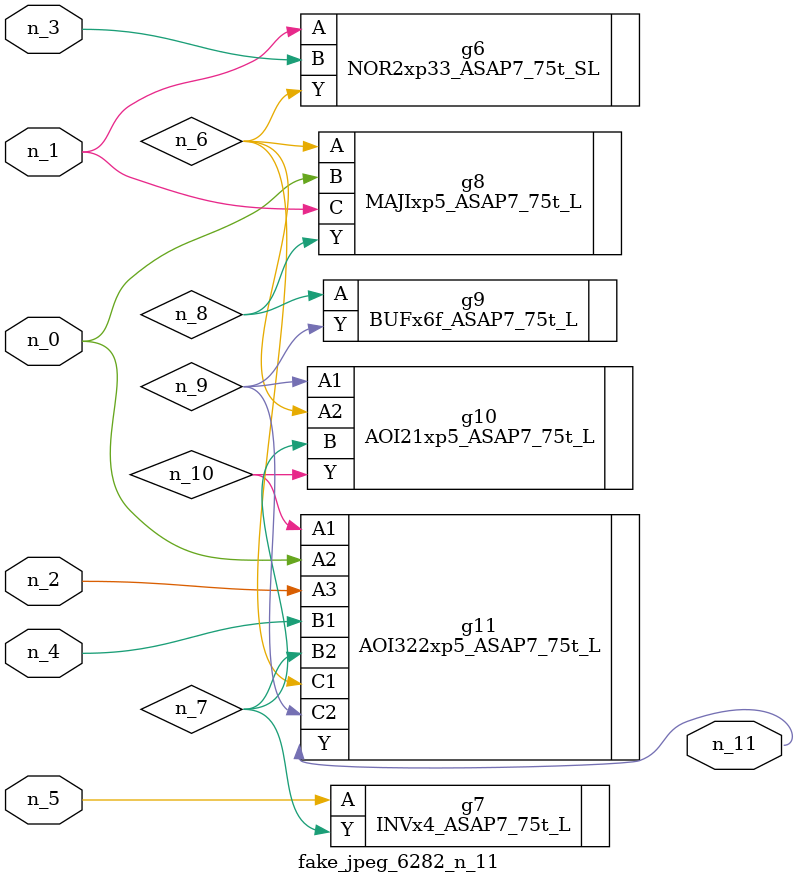
<source format=v>
module fake_jpeg_6282_n_11 (n_3, n_2, n_1, n_0, n_4, n_5, n_11);

input n_3;
input n_2;
input n_1;
input n_0;
input n_4;
input n_5;

output n_11;

wire n_10;
wire n_8;
wire n_9;
wire n_6;
wire n_7;

NOR2xp33_ASAP7_75t_SL g6 ( 
.A(n_1),
.B(n_3),
.Y(n_6)
);

INVx4_ASAP7_75t_L g7 ( 
.A(n_5),
.Y(n_7)
);

MAJIxp5_ASAP7_75t_L g8 ( 
.A(n_6),
.B(n_0),
.C(n_1),
.Y(n_8)
);

BUFx6f_ASAP7_75t_L g9 ( 
.A(n_8),
.Y(n_9)
);

AOI21xp5_ASAP7_75t_L g10 ( 
.A1(n_9),
.A2(n_6),
.B(n_7),
.Y(n_10)
);

AOI322xp5_ASAP7_75t_L g11 ( 
.A1(n_10),
.A2(n_0),
.A3(n_2),
.B1(n_4),
.B2(n_7),
.C1(n_6),
.C2(n_9),
.Y(n_11)
);


endmodule
</source>
